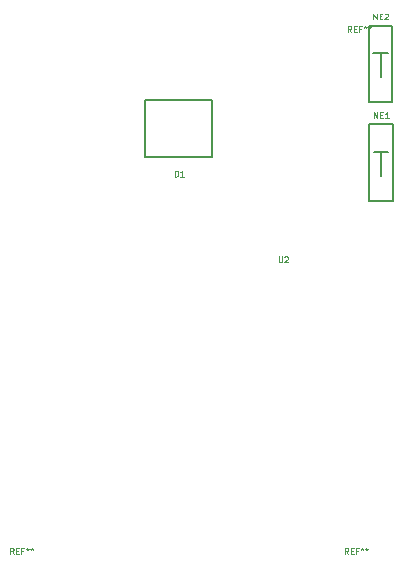
<source format=gto>
%TF.GenerationSoftware,KiCad,Pcbnew,4.0.7*%
%TF.CreationDate,2017-11-15T23:53:34+08:00*%
%TF.ProjectId,finalRoundNixie,66696E616C526F756E644E697869652E,rev?*%
%TF.FileFunction,Legend,Top*%
%FSLAX46Y46*%
G04 Gerber Fmt 4.6, Leading zero omitted, Abs format (unit mm)*
G04 Created by KiCad (PCBNEW 4.0.7) date 11/15/17 23:53:34*
%MOMM*%
%LPD*%
G01*
G04 APERTURE LIST*
%ADD10C,0.100000*%
%ADD11C,0.150000*%
G04 APERTURE END LIST*
D10*
D11*
X35150000Y-14550000D02*
X35150000Y-16550000D01*
X35750000Y-14550000D02*
X34550000Y-14550000D01*
X36150000Y-18700000D02*
X36150000Y-12200000D01*
X34150000Y-18700000D02*
X36150000Y-18700000D01*
X34150000Y-12200000D02*
X34150000Y-18700000D01*
X36150000Y-12200000D02*
X34150000Y-12200000D01*
X35200000Y-22900000D02*
X35200000Y-24900000D01*
X35800000Y-22900000D02*
X34600000Y-22900000D01*
X36200000Y-27050000D02*
X36200000Y-20550000D01*
X34200000Y-27050000D02*
X36200000Y-27050000D01*
X34200000Y-20550000D02*
X34200000Y-27050000D01*
X36200000Y-20550000D02*
X34200000Y-20550000D01*
X20900000Y-23350000D02*
X20800000Y-23350000D01*
X15250000Y-18500000D02*
X15250000Y-18600000D01*
X20900000Y-18500000D02*
X15250000Y-18500000D01*
X20900000Y-23350000D02*
X20900000Y-23350000D01*
X15250000Y-23350000D02*
X20806510Y-23350000D01*
X15250000Y-18600000D02*
X15250000Y-23350000D01*
X20900000Y-23350000D02*
X20900000Y-18500000D01*
D10*
X34542858Y-11676190D02*
X34542858Y-11176190D01*
X34828572Y-11676190D01*
X34828572Y-11176190D01*
X35066668Y-11414286D02*
X35233334Y-11414286D01*
X35304763Y-11676190D02*
X35066668Y-11676190D01*
X35066668Y-11176190D01*
X35304763Y-11176190D01*
X35495239Y-11223810D02*
X35519049Y-11200000D01*
X35566668Y-11176190D01*
X35685715Y-11176190D01*
X35733334Y-11200000D01*
X35757144Y-11223810D01*
X35780953Y-11271429D01*
X35780953Y-11319048D01*
X35757144Y-11390476D01*
X35471430Y-11676190D01*
X35780953Y-11676190D01*
X34592858Y-20026190D02*
X34592858Y-19526190D01*
X34878572Y-20026190D01*
X34878572Y-19526190D01*
X35116668Y-19764286D02*
X35283334Y-19764286D01*
X35354763Y-20026190D02*
X35116668Y-20026190D01*
X35116668Y-19526190D01*
X35354763Y-19526190D01*
X35830953Y-20026190D02*
X35545239Y-20026190D01*
X35688096Y-20026190D02*
X35688096Y-19526190D01*
X35640477Y-19597619D01*
X35592858Y-19645238D01*
X35545239Y-19669048D01*
X17730953Y-24976190D02*
X17730953Y-24476190D01*
X17850000Y-24476190D01*
X17921429Y-24500000D01*
X17969048Y-24547619D01*
X17992857Y-24595238D01*
X18016667Y-24690476D01*
X18016667Y-24761905D01*
X17992857Y-24857143D01*
X17969048Y-24904762D01*
X17921429Y-24952381D01*
X17850000Y-24976190D01*
X17730953Y-24976190D01*
X18492857Y-24976190D02*
X18207143Y-24976190D01*
X18350000Y-24976190D02*
X18350000Y-24476190D01*
X18302381Y-24547619D01*
X18254762Y-24595238D01*
X18207143Y-24619048D01*
X26519048Y-31726190D02*
X26519048Y-32130952D01*
X26542857Y-32178571D01*
X26566667Y-32202381D01*
X26614286Y-32226190D01*
X26709524Y-32226190D01*
X26757143Y-32202381D01*
X26780952Y-32178571D01*
X26804762Y-32130952D01*
X26804762Y-31726190D01*
X27019048Y-31773810D02*
X27042858Y-31750000D01*
X27090477Y-31726190D01*
X27209524Y-31726190D01*
X27257143Y-31750000D01*
X27280953Y-31773810D01*
X27304762Y-31821429D01*
X27304762Y-31869048D01*
X27280953Y-31940476D01*
X26995239Y-32226190D01*
X27304762Y-32226190D01*
X32413334Y-56926190D02*
X32246667Y-56688095D01*
X32127620Y-56926190D02*
X32127620Y-56426190D01*
X32318096Y-56426190D01*
X32365715Y-56450000D01*
X32389524Y-56473810D01*
X32413334Y-56521429D01*
X32413334Y-56592857D01*
X32389524Y-56640476D01*
X32365715Y-56664286D01*
X32318096Y-56688095D01*
X32127620Y-56688095D01*
X32627620Y-56664286D02*
X32794286Y-56664286D01*
X32865715Y-56926190D02*
X32627620Y-56926190D01*
X32627620Y-56426190D01*
X32865715Y-56426190D01*
X33246667Y-56664286D02*
X33080001Y-56664286D01*
X33080001Y-56926190D02*
X33080001Y-56426190D01*
X33318096Y-56426190D01*
X33580000Y-56426190D02*
X33580000Y-56545238D01*
X33460953Y-56497619D02*
X33580000Y-56545238D01*
X33699048Y-56497619D01*
X33508572Y-56640476D02*
X33580000Y-56545238D01*
X33651429Y-56640476D01*
X33960952Y-56426190D02*
X33960952Y-56545238D01*
X33841905Y-56497619D02*
X33960952Y-56545238D01*
X34080000Y-56497619D01*
X33889524Y-56640476D02*
X33960952Y-56545238D01*
X34032381Y-56640476D01*
X4083334Y-56926190D02*
X3916667Y-56688095D01*
X3797620Y-56926190D02*
X3797620Y-56426190D01*
X3988096Y-56426190D01*
X4035715Y-56450000D01*
X4059524Y-56473810D01*
X4083334Y-56521429D01*
X4083334Y-56592857D01*
X4059524Y-56640476D01*
X4035715Y-56664286D01*
X3988096Y-56688095D01*
X3797620Y-56688095D01*
X4297620Y-56664286D02*
X4464286Y-56664286D01*
X4535715Y-56926190D02*
X4297620Y-56926190D01*
X4297620Y-56426190D01*
X4535715Y-56426190D01*
X4916667Y-56664286D02*
X4750001Y-56664286D01*
X4750001Y-56926190D02*
X4750001Y-56426190D01*
X4988096Y-56426190D01*
X5250000Y-56426190D02*
X5250000Y-56545238D01*
X5130953Y-56497619D02*
X5250000Y-56545238D01*
X5369048Y-56497619D01*
X5178572Y-56640476D02*
X5250000Y-56545238D01*
X5321429Y-56640476D01*
X5630952Y-56426190D02*
X5630952Y-56545238D01*
X5511905Y-56497619D02*
X5630952Y-56545238D01*
X5750000Y-56497619D01*
X5559524Y-56640476D02*
X5630952Y-56545238D01*
X5702381Y-56640476D01*
X32683334Y-12726190D02*
X32516667Y-12488095D01*
X32397620Y-12726190D02*
X32397620Y-12226190D01*
X32588096Y-12226190D01*
X32635715Y-12250000D01*
X32659524Y-12273810D01*
X32683334Y-12321429D01*
X32683334Y-12392857D01*
X32659524Y-12440476D01*
X32635715Y-12464286D01*
X32588096Y-12488095D01*
X32397620Y-12488095D01*
X32897620Y-12464286D02*
X33064286Y-12464286D01*
X33135715Y-12726190D02*
X32897620Y-12726190D01*
X32897620Y-12226190D01*
X33135715Y-12226190D01*
X33516667Y-12464286D02*
X33350001Y-12464286D01*
X33350001Y-12726190D02*
X33350001Y-12226190D01*
X33588096Y-12226190D01*
X33850000Y-12226190D02*
X33850000Y-12345238D01*
X33730953Y-12297619D02*
X33850000Y-12345238D01*
X33969048Y-12297619D01*
X33778572Y-12440476D02*
X33850000Y-12345238D01*
X33921429Y-12440476D01*
X34230952Y-12226190D02*
X34230952Y-12345238D01*
X34111905Y-12297619D02*
X34230952Y-12345238D01*
X34350000Y-12297619D01*
X34159524Y-12440476D02*
X34230952Y-12345238D01*
X34302381Y-12440476D01*
M02*

</source>
